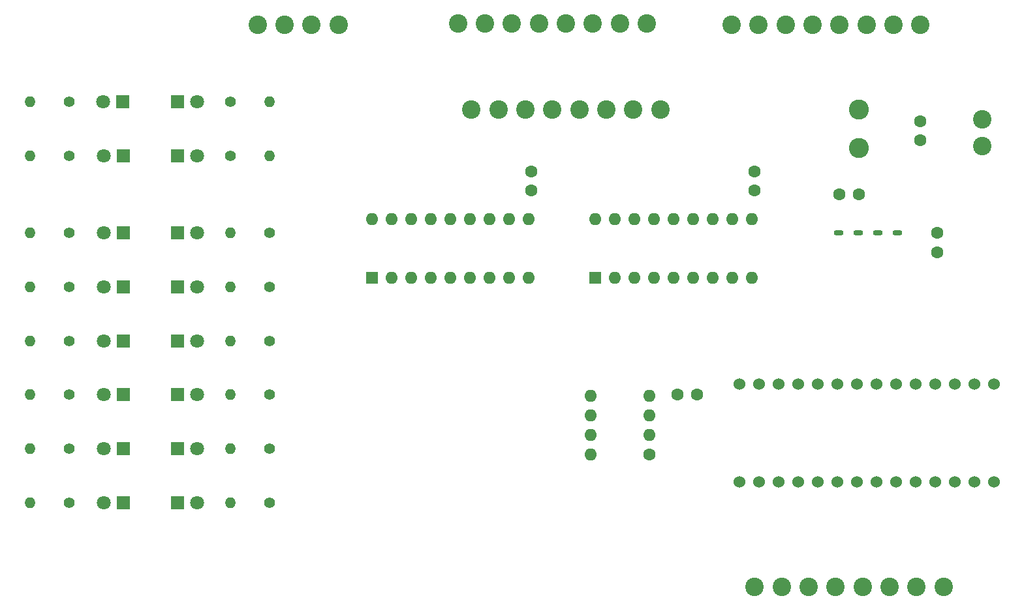
<source format=gbr>
%TF.GenerationSoftware,KiCad,Pcbnew,(6.0.10)*%
%TF.CreationDate,2023-03-14T16:03:47-04:00*%
%TF.ProjectId,SequenceOM,53657175-656e-4636-954f-4d2e6b696361,rev?*%
%TF.SameCoordinates,Original*%
%TF.FileFunction,Soldermask,Top*%
%TF.FilePolarity,Negative*%
%FSLAX46Y46*%
G04 Gerber Fmt 4.6, Leading zero omitted, Abs format (unit mm)*
G04 Created by KiCad (PCBNEW (6.0.10)) date 2023-03-14 16:03:47*
%MOMM*%
%LPD*%
G01*
G04 APERTURE LIST*
%ADD10C,1.400000*%
%ADD11O,1.400000X1.400000*%
%ADD12C,2.600000*%
%ADD13R,1.800000X1.800000*%
%ADD14C,1.800000*%
%ADD15C,1.600000*%
%ADD16C,2.400000*%
%ADD17O,1.300000X0.750000*%
%ADD18O,1.600000X1.600000*%
%ADD19R,1.600000X1.600000*%
%ADD20C,1.524000*%
G04 APERTURE END LIST*
D10*
%TO.C,R3*%
X94040000Y-75000000D03*
D11*
X88960000Y-75000000D03*
%TD*%
D12*
%TO.C,L1*%
X196500000Y-69000000D03*
X196500000Y-74000000D03*
%TD*%
D13*
%TO.C,D7*%
X108098484Y-99000000D03*
D14*
X110638484Y-99000000D03*
%TD*%
D10*
%TO.C,R15*%
X94040000Y-113000000D03*
D11*
X88960000Y-113000000D03*
%TD*%
D13*
%TO.C,D12*%
X101098484Y-92000000D03*
D14*
X98558484Y-92000000D03*
%TD*%
D10*
%TO.C,R9*%
X94040000Y-85000000D03*
D11*
X88960000Y-85000000D03*
%TD*%
D13*
%TO.C,D8*%
X108098484Y-106000000D03*
D14*
X110638484Y-106000000D03*
%TD*%
D13*
%TO.C,D10*%
X108098484Y-120000000D03*
D14*
X110638484Y-120000000D03*
%TD*%
D15*
%TO.C,C5*%
X154000000Y-79500000D03*
X154000000Y-77000000D03*
%TD*%
%TO.C,C3*%
X196500000Y-80000000D03*
X194000000Y-80000000D03*
%TD*%
D13*
%TO.C,D13*%
X101098484Y-99000000D03*
D14*
X98558484Y-99000000D03*
%TD*%
D16*
%TO.C,J5*%
X170750000Y-69000000D03*
X167250000Y-69000000D03*
X163750000Y-69000000D03*
X160250000Y-69000000D03*
X156750000Y-69000000D03*
X153250000Y-69000000D03*
X149750000Y-69000000D03*
X146250000Y-69000000D03*
X169000000Y-57800000D03*
X165500000Y-57800000D03*
X162000000Y-57800000D03*
X158500000Y-57800000D03*
X155000000Y-57800000D03*
X151500000Y-57800000D03*
X148000000Y-57800000D03*
X144500000Y-57800000D03*
%TD*%
D10*
%TO.C,R16*%
X94040000Y-120000000D03*
D11*
X88960000Y-120000000D03*
%TD*%
D15*
%TO.C,C6*%
X183000000Y-77000000D03*
X183000000Y-79500000D03*
%TD*%
D13*
%TO.C,D5*%
X108098484Y-85000000D03*
D14*
X110638484Y-85000000D03*
%TD*%
D13*
%TO.C,D9*%
X108098484Y-113000000D03*
D14*
X110638484Y-113000000D03*
%TD*%
D10*
%TO.C,R11*%
X94040000Y-92000000D03*
D11*
X88960000Y-92000000D03*
%TD*%
D17*
%TO.C,U1*%
X201500000Y-85000000D03*
X198960000Y-85000000D03*
X196420000Y-85000000D03*
X193880000Y-85000000D03*
%TD*%
D10*
%TO.C,R12*%
X120040000Y-85000000D03*
D11*
X114960000Y-85000000D03*
%TD*%
D16*
%TO.C,J3*%
X207500000Y-131000000D03*
X204000000Y-131000000D03*
X200500000Y-131000000D03*
X197000000Y-131000000D03*
X193500000Y-131000000D03*
X190000000Y-131000000D03*
X186500000Y-131000000D03*
X183000000Y-131000000D03*
%TD*%
D13*
%TO.C,D15*%
X101098484Y-113000000D03*
D14*
X98558484Y-113000000D03*
%TD*%
D10*
%TO.C,R5*%
X120040000Y-120000000D03*
D11*
X114960000Y-120000000D03*
%TD*%
D15*
%TO.C,C1*%
X204500000Y-73000000D03*
X204500000Y-70500000D03*
%TD*%
%TO.C,C4*%
X175500000Y-106000000D03*
X173000000Y-106000000D03*
%TD*%
D10*
%TO.C,R14*%
X94040000Y-106000000D03*
D11*
X88960000Y-106000000D03*
%TD*%
D13*
%TO.C,D6*%
X108098484Y-92000000D03*
D14*
X110638484Y-92000000D03*
%TD*%
D18*
%TO.C,U4*%
X162350000Y-83180000D03*
X164890000Y-83180000D03*
X167430000Y-83180000D03*
X169970000Y-83180000D03*
X172510000Y-83180000D03*
X175050000Y-83180000D03*
X177590000Y-83180000D03*
X180130000Y-83180000D03*
X182670000Y-83180000D03*
X182670000Y-90800000D03*
X180130000Y-90800000D03*
X177590000Y-90800000D03*
X175050000Y-90800000D03*
X172510000Y-90800000D03*
X169970000Y-90800000D03*
X167430000Y-90800000D03*
X164890000Y-90800000D03*
D19*
X162350000Y-90800000D03*
%TD*%
D15*
%TO.C,U2*%
X169310000Y-113810000D03*
D18*
X169310000Y-111270000D03*
X169310000Y-108730000D03*
X169310000Y-106190000D03*
X161690000Y-106190000D03*
X161690000Y-108730000D03*
X161690000Y-111270000D03*
X161690000Y-113810000D03*
%TD*%
D19*
%TO.C,U3*%
X133350000Y-90800000D03*
D18*
X135890000Y-90800000D03*
X138430000Y-90800000D03*
X140970000Y-90800000D03*
X143510000Y-90800000D03*
X146050000Y-90800000D03*
X148590000Y-90800000D03*
X151130000Y-90800000D03*
X153670000Y-90800000D03*
X153670000Y-83180000D03*
X151130000Y-83180000D03*
X148590000Y-83180000D03*
X146050000Y-83180000D03*
X143510000Y-83180000D03*
X140970000Y-83180000D03*
X138430000Y-83180000D03*
X135890000Y-83180000D03*
X133350000Y-83180000D03*
%TD*%
D13*
%TO.C,D2*%
X108110000Y-68000000D03*
D14*
X110650000Y-68000000D03*
%TD*%
D10*
%TO.C,R4*%
X115018484Y-75000000D03*
D11*
X120098484Y-75000000D03*
%TD*%
D13*
%TO.C,D11*%
X101098484Y-85000000D03*
D14*
X98558484Y-85000000D03*
%TD*%
D13*
%TO.C,D16*%
X101098484Y-120000000D03*
D14*
X98558484Y-120000000D03*
%TD*%
D16*
%TO.C,J4*%
X180000000Y-58000000D03*
X183500000Y-58000000D03*
X187000000Y-58000000D03*
X190500000Y-58000000D03*
X194000000Y-58000000D03*
X197500000Y-58000000D03*
X201000000Y-58000000D03*
X204500000Y-58000000D03*
%TD*%
D15*
%TO.C,C2*%
X206690000Y-87520000D03*
X206690000Y-85020000D03*
%TD*%
D11*
%TO.C,R1*%
X88960000Y-68000000D03*
D10*
X94040000Y-68000000D03*
%TD*%
%TO.C,R10*%
X120040000Y-92000000D03*
D11*
X114960000Y-92000000D03*
%TD*%
D13*
%TO.C,D1*%
X101020000Y-68000000D03*
D14*
X98480000Y-68000000D03*
%TD*%
D10*
%TO.C,R7*%
X120040000Y-106000000D03*
D11*
X114960000Y-106000000D03*
%TD*%
D10*
%TO.C,R2*%
X114960000Y-68000000D03*
D11*
X120040000Y-68000000D03*
%TD*%
D16*
%TO.C,J2*%
X129000000Y-58000000D03*
X125500000Y-58000000D03*
X122000000Y-58000000D03*
X118500000Y-58000000D03*
%TD*%
D13*
%TO.C,D4*%
X108106007Y-75005476D03*
D14*
X110646007Y-75005476D03*
%TD*%
D13*
%TO.C,D14*%
X101098484Y-106000000D03*
D14*
X98558484Y-106000000D03*
%TD*%
D10*
%TO.C,R13*%
X94040000Y-99000000D03*
D11*
X88960000Y-99000000D03*
%TD*%
D10*
%TO.C,R6*%
X120040000Y-113000000D03*
D11*
X114960000Y-113000000D03*
%TD*%
D20*
%TO.C,MCU1*%
X211470000Y-104650000D03*
X208930000Y-104650000D03*
X206390000Y-104650000D03*
X203850000Y-104650000D03*
X208930000Y-117350000D03*
X201310000Y-104650000D03*
X198770000Y-104650000D03*
X196230000Y-104650000D03*
X193690000Y-104650000D03*
X191150000Y-104650000D03*
X188610000Y-104650000D03*
X186070000Y-104650000D03*
X183530000Y-104650000D03*
X180990000Y-104650000D03*
X180990000Y-117350000D03*
X183530000Y-117350000D03*
X186070000Y-117350000D03*
X188610000Y-117350000D03*
X191150000Y-117350000D03*
X193690000Y-117350000D03*
X196230000Y-117350000D03*
X198770000Y-117350000D03*
X201310000Y-117350000D03*
X203850000Y-117350000D03*
X206390000Y-117350000D03*
X211470000Y-117350000D03*
X214010000Y-104650000D03*
X214010000Y-117350000D03*
%TD*%
D16*
%TO.C,J1*%
X212500000Y-73750000D03*
X212500000Y-70250000D03*
%TD*%
D10*
%TO.C,R8*%
X120040000Y-99000000D03*
D11*
X114960000Y-99000000D03*
%TD*%
D13*
%TO.C,D3*%
X101078484Y-75000000D03*
D14*
X98538484Y-75000000D03*
%TD*%
M02*

</source>
